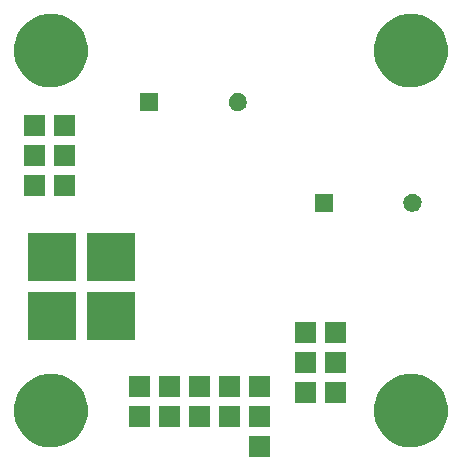
<source format=gbr>
G04 #@! TF.FileFunction,Soldermask,Top*
%FSLAX46Y46*%
G04 Gerber Fmt 4.6, Leading zero omitted, Abs format (unit mm)*
G04 Created by KiCad (PCBNEW 4.0.2+e4-6225~38~ubuntu15.10.1-stable) date Út 31. květen 2016, 19:10:35 CEST*
%MOMM*%
G01*
G04 APERTURE LIST*
%ADD10C,0.500000*%
G04 APERTURE END LIST*
D10*
G36*
X23615000Y1150000D02*
X21851000Y1150000D01*
X21851000Y2914000D01*
X23615000Y2914000D01*
X23615000Y1150000D01*
X23615000Y1150000D01*
G37*
G36*
X5407706Y8197923D02*
X6007075Y8074890D01*
X6571127Y7837785D01*
X7078386Y7495635D01*
X7509528Y7061472D01*
X7848130Y6551837D01*
X8081289Y5986147D01*
X8200068Y5386276D01*
X8200068Y5386261D01*
X8200133Y5385932D01*
X8190375Y4687068D01*
X8190299Y4686734D01*
X8190299Y4686722D01*
X8054821Y4090411D01*
X7805952Y3531444D01*
X7453255Y3031464D01*
X7010156Y2609506D01*
X6493546Y2281656D01*
X5923090Y2060390D01*
X5320524Y1954142D01*
X4708794Y1966955D01*
X4111197Y2098346D01*
X3550512Y2343303D01*
X3048081Y2692502D01*
X2623042Y3132642D01*
X2291593Y3646951D01*
X2066351Y4215848D01*
X1955896Y4817665D01*
X1964440Y5429467D01*
X2091653Y6027957D01*
X2332693Y6590345D01*
X2678376Y7095202D01*
X3115537Y7523303D01*
X3627522Y7858336D01*
X4194832Y8087544D01*
X4795855Y8202195D01*
X5407706Y8197923D01*
X5407706Y8197923D01*
G37*
G36*
X35887706Y8197923D02*
X36487075Y8074890D01*
X37051127Y7837785D01*
X37558386Y7495635D01*
X37989528Y7061472D01*
X38328130Y6551837D01*
X38561289Y5986147D01*
X38680068Y5386276D01*
X38680068Y5386261D01*
X38680133Y5385932D01*
X38670375Y4687068D01*
X38670299Y4686734D01*
X38670299Y4686722D01*
X38534821Y4090411D01*
X38285952Y3531444D01*
X37933255Y3031464D01*
X37490156Y2609506D01*
X36973546Y2281656D01*
X36403090Y2060390D01*
X35800524Y1954142D01*
X35188794Y1966955D01*
X34591197Y2098346D01*
X34030512Y2343303D01*
X33528081Y2692502D01*
X33103042Y3132642D01*
X32771593Y3646951D01*
X32546351Y4215848D01*
X32435896Y4817665D01*
X32444440Y5429467D01*
X32571653Y6027957D01*
X32812693Y6590345D01*
X33158376Y7095202D01*
X33595537Y7523303D01*
X34107522Y7858336D01*
X34674832Y8087544D01*
X35275855Y8202195D01*
X35887706Y8197923D01*
X35887706Y8197923D01*
G37*
G36*
X21075000Y3690000D02*
X19311000Y3690000D01*
X19311000Y5454000D01*
X21075000Y5454000D01*
X21075000Y3690000D01*
X21075000Y3690000D01*
G37*
G36*
X15995000Y3690000D02*
X14231000Y3690000D01*
X14231000Y5454000D01*
X15995000Y5454000D01*
X15995000Y3690000D01*
X15995000Y3690000D01*
G37*
G36*
X18535000Y3690000D02*
X16771000Y3690000D01*
X16771000Y5454000D01*
X18535000Y5454000D01*
X18535000Y3690000D01*
X18535000Y3690000D01*
G37*
G36*
X13455000Y3690000D02*
X11691000Y3690000D01*
X11691000Y5454000D01*
X13455000Y5454000D01*
X13455000Y3690000D01*
X13455000Y3690000D01*
G37*
G36*
X23615000Y3690000D02*
X21851000Y3690000D01*
X21851000Y5454000D01*
X23615000Y5454000D01*
X23615000Y3690000D01*
X23615000Y3690000D01*
G37*
G36*
X30092000Y5722000D02*
X28328000Y5722000D01*
X28328000Y7486000D01*
X30092000Y7486000D01*
X30092000Y5722000D01*
X30092000Y5722000D01*
G37*
G36*
X27552000Y5722000D02*
X25788000Y5722000D01*
X25788000Y7486000D01*
X27552000Y7486000D01*
X27552000Y5722000D01*
X27552000Y5722000D01*
G37*
G36*
X21075000Y6230000D02*
X19311000Y6230000D01*
X19311000Y7994000D01*
X21075000Y7994000D01*
X21075000Y6230000D01*
X21075000Y6230000D01*
G37*
G36*
X23615000Y6230000D02*
X21851000Y6230000D01*
X21851000Y7994000D01*
X23615000Y7994000D01*
X23615000Y6230000D01*
X23615000Y6230000D01*
G37*
G36*
X18535000Y6230000D02*
X16771000Y6230000D01*
X16771000Y7994000D01*
X18535000Y7994000D01*
X18535000Y6230000D01*
X18535000Y6230000D01*
G37*
G36*
X13455000Y6230000D02*
X11691000Y6230000D01*
X11691000Y7994000D01*
X13455000Y7994000D01*
X13455000Y6230000D01*
X13455000Y6230000D01*
G37*
G36*
X15995000Y6230000D02*
X14231000Y6230000D01*
X14231000Y7994000D01*
X15995000Y7994000D01*
X15995000Y6230000D01*
X15995000Y6230000D01*
G37*
G36*
X30092000Y8262000D02*
X28328000Y8262000D01*
X28328000Y10026000D01*
X30092000Y10026000D01*
X30092000Y8262000D01*
X30092000Y8262000D01*
G37*
G36*
X27552000Y8262000D02*
X25788000Y8262000D01*
X25788000Y10026000D01*
X27552000Y10026000D01*
X27552000Y8262000D01*
X27552000Y8262000D01*
G37*
G36*
X30092000Y10802000D02*
X28328000Y10802000D01*
X28328000Y12566000D01*
X30092000Y12566000D01*
X30092000Y10802000D01*
X30092000Y10802000D01*
G37*
G36*
X27552000Y10802000D02*
X25788000Y10802000D01*
X25788000Y12566000D01*
X27552000Y12566000D01*
X27552000Y10802000D01*
X27552000Y10802000D01*
G37*
G36*
X7185000Y11056000D02*
X3135000Y11056000D01*
X3135000Y15106000D01*
X7185000Y15106000D01*
X7185000Y11056000D01*
X7185000Y11056000D01*
G37*
G36*
X12185000Y11056000D02*
X8135000Y11056000D01*
X8135000Y15106000D01*
X12185000Y15106000D01*
X12185000Y11056000D01*
X12185000Y11056000D01*
G37*
G36*
X7185000Y16009000D02*
X3135000Y16009000D01*
X3135000Y20059000D01*
X7185000Y20059000D01*
X7185000Y16009000D01*
X7185000Y16009000D01*
G37*
G36*
X12185000Y16009000D02*
X8135000Y16009000D01*
X8135000Y20059000D01*
X12185000Y20059000D01*
X12185000Y16009000D01*
X12185000Y16009000D01*
G37*
G36*
X35774876Y23438989D02*
X35922799Y23408625D01*
X36062002Y23350109D01*
X36187192Y23265668D01*
X36293597Y23158517D01*
X36377164Y23032741D01*
X36434704Y22893136D01*
X36463968Y22745346D01*
X36463968Y22745331D01*
X36464033Y22745002D01*
X36461625Y22572526D01*
X36461549Y22572192D01*
X36461549Y22572181D01*
X36428172Y22425274D01*
X36366752Y22287322D01*
X36279712Y22163933D01*
X36170351Y22059791D01*
X36042858Y21978882D01*
X35902070Y21924274D01*
X35753361Y21898052D01*
X35602390Y21901214D01*
X35454901Y21933642D01*
X35316529Y21994095D01*
X35192532Y22080276D01*
X35087634Y22188901D01*
X35005833Y22315830D01*
X34950245Y22456230D01*
X34922985Y22604759D01*
X34925094Y22755749D01*
X34956488Y22903449D01*
X35015976Y23042244D01*
X35101292Y23166844D01*
X35209181Y23272498D01*
X35335535Y23355181D01*
X35475545Y23411749D01*
X35623872Y23440044D01*
X35774876Y23438989D01*
X35774876Y23438989D01*
G37*
G36*
X28964000Y21899500D02*
X27424000Y21899500D01*
X27424000Y23439500D01*
X28964000Y23439500D01*
X28964000Y21899500D01*
X28964000Y21899500D01*
G37*
G36*
X7105000Y23248000D02*
X5341000Y23248000D01*
X5341000Y25012000D01*
X7105000Y25012000D01*
X7105000Y23248000D01*
X7105000Y23248000D01*
G37*
G36*
X4565000Y23248000D02*
X2801000Y23248000D01*
X2801000Y25012000D01*
X4565000Y25012000D01*
X4565000Y23248000D01*
X4565000Y23248000D01*
G37*
G36*
X7105000Y25788000D02*
X5341000Y25788000D01*
X5341000Y27552000D01*
X7105000Y27552000D01*
X7105000Y25788000D01*
X7105000Y25788000D01*
G37*
G36*
X4565000Y25788000D02*
X2801000Y25788000D01*
X2801000Y27552000D01*
X4565000Y27552000D01*
X4565000Y25788000D01*
X4565000Y25788000D01*
G37*
G36*
X4565000Y28328000D02*
X2801000Y28328000D01*
X2801000Y30092000D01*
X4565000Y30092000D01*
X4565000Y28328000D01*
X4565000Y28328000D01*
G37*
G36*
X7105000Y28328000D02*
X5341000Y28328000D01*
X5341000Y30092000D01*
X7105000Y30092000D01*
X7105000Y28328000D01*
X7105000Y28328000D01*
G37*
G36*
X20979376Y31947989D02*
X21127299Y31917625D01*
X21266502Y31859109D01*
X21391692Y31774668D01*
X21498097Y31667517D01*
X21581664Y31541741D01*
X21639204Y31402136D01*
X21668468Y31254346D01*
X21668468Y31254331D01*
X21668533Y31254002D01*
X21666125Y31081526D01*
X21666049Y31081192D01*
X21666049Y31081181D01*
X21632672Y30934274D01*
X21571252Y30796322D01*
X21484212Y30672933D01*
X21374851Y30568791D01*
X21247358Y30487882D01*
X21106570Y30433274D01*
X20957861Y30407052D01*
X20806890Y30410214D01*
X20659401Y30442642D01*
X20521029Y30503095D01*
X20397032Y30589276D01*
X20292134Y30697901D01*
X20210333Y30824830D01*
X20154745Y30965230D01*
X20127485Y31113759D01*
X20129594Y31264749D01*
X20160988Y31412449D01*
X20220476Y31551244D01*
X20305792Y31675844D01*
X20413681Y31781498D01*
X20540035Y31864181D01*
X20680045Y31920749D01*
X20828372Y31949044D01*
X20979376Y31947989D01*
X20979376Y31947989D01*
G37*
G36*
X14168500Y30408500D02*
X12628500Y30408500D01*
X12628500Y31948500D01*
X14168500Y31948500D01*
X14168500Y30408500D01*
X14168500Y30408500D01*
G37*
G36*
X5407706Y38677923D02*
X6007075Y38554890D01*
X6571127Y38317785D01*
X7078386Y37975635D01*
X7509528Y37541472D01*
X7848130Y37031837D01*
X8081289Y36466147D01*
X8200068Y35866276D01*
X8200068Y35866261D01*
X8200133Y35865932D01*
X8190375Y35167068D01*
X8190299Y35166734D01*
X8190299Y35166722D01*
X8054821Y34570411D01*
X7805952Y34011444D01*
X7453255Y33511464D01*
X7010156Y33089506D01*
X6493546Y32761656D01*
X5923090Y32540390D01*
X5320524Y32434142D01*
X4708794Y32446955D01*
X4111197Y32578346D01*
X3550512Y32823303D01*
X3048081Y33172502D01*
X2623042Y33612642D01*
X2291593Y34126951D01*
X2066351Y34695848D01*
X1955896Y35297665D01*
X1964440Y35909467D01*
X2091653Y36507957D01*
X2332693Y37070345D01*
X2678376Y37575202D01*
X3115537Y38003303D01*
X3627522Y38338336D01*
X4194832Y38567544D01*
X4795855Y38682195D01*
X5407706Y38677923D01*
X5407706Y38677923D01*
G37*
G36*
X35887706Y38677923D02*
X36487075Y38554890D01*
X37051127Y38317785D01*
X37558386Y37975635D01*
X37989528Y37541472D01*
X38328130Y37031837D01*
X38561289Y36466147D01*
X38680068Y35866276D01*
X38680068Y35866261D01*
X38680133Y35865932D01*
X38670375Y35167068D01*
X38670299Y35166734D01*
X38670299Y35166722D01*
X38534821Y34570411D01*
X38285952Y34011444D01*
X37933255Y33511464D01*
X37490156Y33089506D01*
X36973546Y32761656D01*
X36403090Y32540390D01*
X35800524Y32434142D01*
X35188794Y32446955D01*
X34591197Y32578346D01*
X34030512Y32823303D01*
X33528081Y33172502D01*
X33103042Y33612642D01*
X32771593Y34126951D01*
X32546351Y34695848D01*
X32435896Y35297665D01*
X32444440Y35909467D01*
X32571653Y36507957D01*
X32812693Y37070345D01*
X33158376Y37575202D01*
X33595537Y38003303D01*
X34107522Y38338336D01*
X34674832Y38567544D01*
X35275855Y38682195D01*
X35887706Y38677923D01*
X35887706Y38677923D01*
G37*
M02*

</source>
